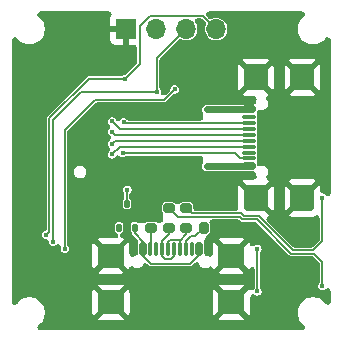
<source format=gbr>
%TF.GenerationSoftware,KiCad,Pcbnew,8.0.7*%
%TF.CreationDate,2024-12-28T17:49:01+01:00*%
%TF.ProjectId,usb-c-power-meter,7573622d-632d-4706-9f77-65722d6d6574,rev?*%
%TF.SameCoordinates,Original*%
%TF.FileFunction,Copper,L2,Bot*%
%TF.FilePolarity,Positive*%
%FSLAX46Y46*%
G04 Gerber Fmt 4.6, Leading zero omitted, Abs format (unit mm)*
G04 Created by KiCad (PCBNEW 8.0.7) date 2024-12-28 17:49:01*
%MOMM*%
%LPD*%
G01*
G04 APERTURE LIST*
G04 Aperture macros list*
%AMRoundRect*
0 Rectangle with rounded corners*
0 $1 Rounding radius*
0 $2 $3 $4 $5 $6 $7 $8 $9 X,Y pos of 4 corners*
0 Add a 4 corners polygon primitive as box body*
4,1,4,$2,$3,$4,$5,$6,$7,$8,$9,$2,$3,0*
0 Add four circle primitives for the rounded corners*
1,1,$1+$1,$2,$3*
1,1,$1+$1,$4,$5*
1,1,$1+$1,$6,$7*
1,1,$1+$1,$8,$9*
0 Add four rect primitives between the rounded corners*
20,1,$1+$1,$2,$3,$4,$5,0*
20,1,$1+$1,$4,$5,$6,$7,0*
20,1,$1+$1,$6,$7,$8,$9,0*
20,1,$1+$1,$8,$9,$2,$3,0*%
G04 Aperture macros list end*
%TA.AperFunction,ComponentPad*%
%ADD10R,1.700000X1.700000*%
%TD*%
%TA.AperFunction,ComponentPad*%
%ADD11O,1.700000X1.700000*%
%TD*%
%TA.AperFunction,SMDPad,CuDef*%
%ADD12RoundRect,0.200000X-0.275000X0.200000X-0.275000X-0.200000X0.275000X-0.200000X0.275000X0.200000X0*%
%TD*%
%TA.AperFunction,SMDPad,CuDef*%
%ADD13RoundRect,0.150000X-0.425000X0.150000X-0.425000X-0.150000X0.425000X-0.150000X0.425000X0.150000X0*%
%TD*%
%TA.AperFunction,SMDPad,CuDef*%
%ADD14RoundRect,0.075000X-0.500000X0.075000X-0.500000X-0.075000X0.500000X-0.075000X0.500000X0.075000X0*%
%TD*%
%TA.AperFunction,SMDPad,CuDef*%
%ADD15RoundRect,0.250000X-0.750000X0.840000X-0.750000X-0.840000X0.750000X-0.840000X0.750000X0.840000X0*%
%TD*%
%TA.AperFunction,SMDPad,CuDef*%
%ADD16RoundRect,0.200000X0.200000X0.275000X-0.200000X0.275000X-0.200000X-0.275000X0.200000X-0.275000X0*%
%TD*%
%TA.AperFunction,SMDPad,CuDef*%
%ADD17RoundRect,0.150000X0.150000X0.425000X-0.150000X0.425000X-0.150000X-0.425000X0.150000X-0.425000X0*%
%TD*%
%TA.AperFunction,SMDPad,CuDef*%
%ADD18RoundRect,0.075000X0.075000X0.500000X-0.075000X0.500000X-0.075000X-0.500000X0.075000X-0.500000X0*%
%TD*%
%TA.AperFunction,SMDPad,CuDef*%
%ADD19RoundRect,0.250000X0.840000X0.750000X-0.840000X0.750000X-0.840000X-0.750000X0.840000X-0.750000X0*%
%TD*%
%TA.AperFunction,SMDPad,CuDef*%
%ADD20RoundRect,0.112500X0.112500X0.237500X-0.112500X0.237500X-0.112500X-0.237500X0.112500X-0.237500X0*%
%TD*%
%TA.AperFunction,ViaPad*%
%ADD21C,0.450000*%
%TD*%
%TA.AperFunction,Conductor*%
%ADD22C,0.200000*%
%TD*%
%TA.AperFunction,Conductor*%
%ADD23C,0.600000*%
%TD*%
G04 APERTURE END LIST*
D10*
%TO.P,J3,1,Pin_1*%
%TO.N,GND*%
X150390000Y-98200000D03*
D11*
%TO.P,J3,2,Pin_2*%
%TO.N,+3.3V*%
X152930000Y-98200000D03*
%TO.P,J3,3,Pin_3*%
%TO.N,/I2C_SCL*%
X155470000Y-98200000D03*
%TO.P,J3,4,Pin_4*%
%TO.N,/I2C_SDA*%
X158010000Y-98200000D03*
%TD*%
D12*
%TO.P,R3,1*%
%TO.N,/D-*%
X155500000Y-113375000D03*
%TO.P,R3,2*%
%TO.N,Net-(J2-D--PadA7)*%
X155500000Y-115025000D03*
%TD*%
%TO.P,R2,1*%
%TO.N,GND*%
X152500000Y-113350000D03*
%TO.P,R2,2*%
%TO.N,Net-(J2-CC2)*%
X152500000Y-115000000D03*
%TD*%
D13*
%TO.P,J4,A1,GND*%
%TO.N,GND*%
X160795000Y-104200000D03*
%TO.P,J4,A4,VBUS*%
%TO.N,/VBUS2*%
X160795000Y-105000000D03*
D14*
%TO.P,J4,A5,CC1*%
%TO.N,/CC1*%
X160795000Y-106150000D03*
%TO.P,J4,A6,D+*%
%TO.N,/AD+*%
X160795000Y-107150000D03*
%TO.P,J4,A7,D-*%
%TO.N,/AD-*%
X160795000Y-107650000D03*
%TO.P,J4,A8,SBU1*%
%TO.N,unconnected-(J4-SBU1-PadA8)*%
X160795000Y-108650000D03*
D13*
%TO.P,J4,A9,VBUS*%
%TO.N,/VBUS2*%
X160795000Y-109800000D03*
%TO.P,J4,A12,GND*%
%TO.N,GND*%
X160795000Y-110600000D03*
%TO.P,J4,B1,GND*%
X160795000Y-110600000D03*
%TO.P,J4,B4,VBUS*%
%TO.N,/VBUS2*%
X160795000Y-109800000D03*
D14*
%TO.P,J4,B5,CC2*%
%TO.N,/CC2*%
X160795000Y-109150000D03*
%TO.P,J4,B6,D+*%
%TO.N,/BD+*%
X160795000Y-108150000D03*
%TO.P,J4,B7,D-*%
%TO.N,/BD-*%
X160795000Y-106650000D03*
%TO.P,J4,B8,SBU2*%
%TO.N,unconnected-(J4-SBU2-PadB8)*%
X160795000Y-105650000D03*
D13*
%TO.P,J4,B9,VBUS*%
%TO.N,/VBUS2*%
X160795000Y-105000000D03*
%TO.P,J4,B12,GND*%
%TO.N,GND*%
X160795000Y-104200000D03*
D15*
%TO.P,J4,S1,SHIELD*%
X165300000Y-102290000D03*
X161370000Y-102290000D03*
X165300000Y-112510000D03*
X161370000Y-112510000D03*
%TD*%
D16*
%TO.P,R1,1*%
%TO.N,GND*%
X158614000Y-114996000D03*
%TO.P,R1,2*%
%TO.N,Net-(J2-CC1)*%
X156964000Y-114996000D03*
%TD*%
D12*
%TO.P,R4,1*%
%TO.N,/D+*%
X154000000Y-113350000D03*
%TO.P,R4,2*%
%TO.N,Net-(J2-D+-PadA6)*%
X154000000Y-115000000D03*
%TD*%
D17*
%TO.P,J2,A1,GND*%
%TO.N,GND*%
X157400000Y-116820000D03*
%TO.P,J2,A4,VBUS*%
%TO.N,/VBUSFT*%
X156600000Y-116820000D03*
D18*
%TO.P,J2,A5,CC1*%
%TO.N,Net-(J2-CC1)*%
X155450000Y-116820000D03*
%TO.P,J2,A6,D+*%
%TO.N,Net-(J2-D+-PadA6)*%
X154450000Y-116820000D03*
%TO.P,J2,A7,D-*%
%TO.N,Net-(J2-D--PadA7)*%
X153950000Y-116820000D03*
%TO.P,J2,A8,SBU1*%
%TO.N,unconnected-(J2-SBU1-PadA8)*%
X152950000Y-116820000D03*
D17*
%TO.P,J2,A9,VBUS*%
%TO.N,/VBUSFT*%
X151800000Y-116820000D03*
%TO.P,J2,A12,GND*%
%TO.N,GND*%
X151000000Y-116820000D03*
%TO.P,J2,B1,GND*%
X151000000Y-116820000D03*
%TO.P,J2,B4,VBUS*%
%TO.N,/VBUSFT*%
X151800000Y-116820000D03*
D18*
%TO.P,J2,B5,CC2*%
%TO.N,Net-(J2-CC2)*%
X152450000Y-116820000D03*
%TO.P,J2,B6,D+*%
%TO.N,Net-(J2-D+-PadA6)*%
X153450000Y-116820000D03*
%TO.P,J2,B7,D-*%
%TO.N,Net-(J2-D--PadA7)*%
X154950000Y-116820000D03*
%TO.P,J2,B8,SBU2*%
%TO.N,unconnected-(J2-SBU2-PadB8)*%
X155950000Y-116820000D03*
D17*
%TO.P,J2,B9,VBUS*%
%TO.N,/VBUSFT*%
X156600000Y-116820000D03*
%TO.P,J2,B12,GND*%
%TO.N,GND*%
X157400000Y-116820000D03*
D19*
%TO.P,J2,S1,SHIELD*%
X159310000Y-121325000D03*
X159310000Y-117395000D03*
X149090000Y-121325000D03*
X149090000Y-117395000D03*
%TD*%
D20*
%TO.P,D1,1,K*%
%TO.N,/VBUSFT*%
X151100000Y-114996000D03*
%TO.P,D1,2,K*%
%TO.N,unconnected-(D1-K-Pad2)*%
X149800000Y-114996000D03*
%TO.P,D1,3,A*%
%TO.N,Net-(D1-A)*%
X150450000Y-112996000D03*
%TD*%
D21*
%TO.N,+3.3V*%
X161500000Y-116800000D03*
X161500000Y-120400000D03*
%TO.N,Net-(D1-A)*%
X150500000Y-111800000D03*
%TO.N,/VBUS2*%
X159200000Y-109800000D03*
X158200000Y-105000000D03*
X158200000Y-109800000D03*
X159200000Y-105000000D03*
X157200000Y-109800000D03*
X157200000Y-105000000D03*
%TO.N,/I2C_SDA*%
X143629000Y-115600000D03*
X150300000Y-102400000D03*
%TO.N,/I2C_SCL*%
X153000000Y-103500000D03*
X144200000Y-116200000D03*
%TO.N,/INTn_INA*%
X154500000Y-103300000D03*
X145200000Y-116800000D03*
%TO.N,/BD+*%
X149200000Y-108800000D03*
%TO.N,/AD+*%
X149200000Y-106900000D03*
%TO.N,/CC1*%
X150200000Y-106100000D03*
%TO.N,/CC2*%
X150100000Y-108700000D03*
%TO.N,/D-*%
X166997000Y-112456000D03*
%TO.N,/D+*%
X166997000Y-119949000D03*
%TO.N,/AD-*%
X149200000Y-107900000D03*
%TO.N,/BD-*%
X149200000Y-106000000D03*
%TO.N,GND*%
X146550000Y-123124000D03*
X143121000Y-100264000D03*
X157726000Y-103693000D03*
X147058000Y-100264000D03*
X161500000Y-123100000D03*
X147058000Y-114615000D03*
X163000000Y-123200000D03*
X143095600Y-114742000D03*
X165135000Y-119949000D03*
X157065600Y-112100400D03*
%TD*%
D22*
%TO.N,+3.3V*%
X161500000Y-116800000D02*
X161500000Y-120400000D01*
%TO.N,Net-(D1-A)*%
X150450000Y-113000000D02*
X150450000Y-111850000D01*
X150450000Y-111850000D02*
X150500000Y-111800000D01*
D23*
%TO.N,/VBUS2*%
X158200000Y-105000000D02*
X157200000Y-105000000D01*
X160795000Y-109800000D02*
X159600000Y-109800000D01*
X160795000Y-105000000D02*
X159300000Y-105000000D01*
X159300000Y-105000000D02*
X159200000Y-105000000D01*
X159200000Y-109800000D02*
X158200000Y-109800000D01*
X159600000Y-109800000D02*
X159200000Y-109800000D01*
X159200000Y-105000000D02*
X158200000Y-105000000D01*
X158200000Y-109800000D02*
X157200000Y-109800000D01*
D22*
%TO.N,/I2C_SDA*%
X143883000Y-115346000D02*
X143883000Y-105753142D01*
X147236142Y-102400000D02*
X150300000Y-102400000D01*
X143883000Y-105753142D02*
X147236142Y-102400000D01*
X151540000Y-97960000D02*
X152450000Y-97050000D01*
X143629000Y-115600000D02*
X143883000Y-115346000D01*
X152450000Y-97050000D02*
X156860000Y-97050000D01*
X156860000Y-97050000D02*
X158010000Y-98200000D01*
X150300000Y-102400000D02*
X151540000Y-101160000D01*
X151540000Y-101160000D02*
X151540000Y-97960000D01*
%TO.N,/I2C_SCL*%
X144200000Y-105860406D02*
X146560406Y-103500000D01*
X144200000Y-116200000D02*
X144200000Y-105860406D01*
X153000000Y-100670000D02*
X155470000Y-98200000D01*
X146560406Y-103500000D02*
X153000000Y-103500000D01*
X153000000Y-103500000D02*
X153000000Y-100670000D01*
%TO.N,/INTn_INA*%
X154500000Y-103300000D02*
X153600000Y-104200000D01*
X153600000Y-104200000D02*
X147769594Y-104200000D01*
X145200000Y-106769594D02*
X145200000Y-116800000D01*
X147769594Y-104200000D02*
X145200000Y-106769594D01*
%TO.N,/VBUSFT*%
X152464594Y-118095000D02*
X151800000Y-117430406D01*
X155805000Y-118095000D02*
X152464594Y-118095000D01*
X151800000Y-117430406D02*
X151800000Y-116820000D01*
X156600000Y-116820000D02*
X156600000Y-117300000D01*
X151100000Y-115482000D02*
X151800000Y-116182000D01*
X151100000Y-115000000D02*
X151100000Y-115482000D01*
X156600000Y-117300000D02*
X155805000Y-118095000D01*
X151800000Y-116182000D02*
X151800000Y-116820000D01*
%TO.N,/BD+*%
X149850000Y-108150000D02*
X160795000Y-108150000D01*
X149200000Y-108800000D02*
X149850000Y-108150000D01*
%TO.N,/AD+*%
X149450000Y-107150000D02*
X160795000Y-107150000D01*
X149200000Y-106900000D02*
X149450000Y-107150000D01*
%TO.N,/CC1*%
X150250000Y-106150000D02*
X160795000Y-106150000D01*
X150200000Y-106100000D02*
X150250000Y-106150000D01*
%TO.N,/CC2*%
X159600000Y-108700000D02*
X160050000Y-109150000D01*
X160050000Y-109150000D02*
X160795000Y-109150000D01*
X150100000Y-108700000D02*
X159600000Y-108700000D01*
%TO.N,/D-*%
X160136264Y-113807000D02*
X155932000Y-113807000D01*
X155932000Y-113807000D02*
X155500000Y-113375000D01*
X166997000Y-116139000D02*
X166235000Y-116901000D01*
X160329264Y-114000000D02*
X160136264Y-113807000D01*
X166997000Y-112456000D02*
X166997000Y-116139000D01*
X166235000Y-116901000D02*
X164500264Y-116901000D01*
X164500264Y-116901000D02*
X161599264Y-114000000D01*
X161599264Y-114000000D02*
X160329264Y-114000000D01*
%TO.N,/D+*%
X160012000Y-114107000D02*
X154757000Y-114107000D01*
X160205000Y-114300000D02*
X160012000Y-114107000D01*
X161475000Y-114300000D02*
X160205000Y-114300000D01*
X164376000Y-117201000D02*
X161475000Y-114300000D01*
X166997000Y-117917000D02*
X166281000Y-117201000D01*
X154757000Y-114107000D02*
X154000000Y-113350000D01*
X166281000Y-117201000D02*
X164376000Y-117201000D01*
X166997000Y-119949000D02*
X166997000Y-117917000D01*
%TO.N,Net-(J2-D+-PadA6)*%
X154000000Y-115000000D02*
X154000000Y-115547000D01*
X153450000Y-116820000D02*
X153450000Y-117427410D01*
X154000000Y-115547000D02*
X153450000Y-116097000D01*
X154450000Y-117427410D02*
X154450000Y-116820000D01*
X153450000Y-117427410D02*
X153717590Y-117695000D01*
X154182410Y-117695000D02*
X154450000Y-117427410D01*
X153450000Y-116097000D02*
X153450000Y-116820000D01*
X153717590Y-117695000D02*
X154182410Y-117695000D01*
%TO.N,Net-(J2-D--PadA7)*%
X154117590Y-116045000D02*
X154874000Y-116045000D01*
X154950000Y-116121000D02*
X154950000Y-116820000D01*
X153950000Y-116212590D02*
X154117590Y-116045000D01*
X155500000Y-115025000D02*
X155500000Y-115571000D01*
X154874000Y-116045000D02*
X154950000Y-116121000D01*
X155500000Y-115571000D02*
X154950000Y-116121000D01*
X153950000Y-116820000D02*
X153950000Y-116212590D01*
%TO.N,Net-(J2-CC1)*%
X156235000Y-115725000D02*
X155854000Y-115725000D01*
X155854000Y-115725000D02*
X155450000Y-116129000D01*
X156964000Y-114996000D02*
X156235000Y-115725000D01*
X155450000Y-116129000D02*
X155450000Y-116820000D01*
%TO.N,Net-(J2-CC2)*%
X152500000Y-115000000D02*
X152500000Y-116770000D01*
X152500000Y-116770000D02*
X152450000Y-116820000D01*
%TO.N,/AD-*%
X149200000Y-107900000D02*
X149450000Y-107650000D01*
X149450000Y-107650000D02*
X160795000Y-107650000D01*
%TO.N,/BD-*%
X149200000Y-106000000D02*
X149850000Y-106650000D01*
X149850000Y-106650000D02*
X160795000Y-106650000D01*
D23*
%TO.N,GND*%
X149665000Y-116820000D02*
X149090000Y-117395000D01*
X160795000Y-102865000D02*
X161370000Y-102290000D01*
X158735000Y-116820000D02*
X159310000Y-117395000D01*
X160795000Y-111935000D02*
X161370000Y-112510000D01*
%TD*%
%TA.AperFunction,Conductor*%
%TO.N,GND*%
G36*
X148999480Y-96719454D02*
G01*
X149080262Y-96773430D01*
X149134238Y-96854212D01*
X149153192Y-96949500D01*
X149134238Y-97044788D01*
X149103528Y-97098719D01*
X149096647Y-97107910D01*
X149046403Y-97242621D01*
X149046401Y-97242628D01*
X149040000Y-97302167D01*
X149040000Y-97949999D01*
X149040001Y-97950000D01*
X149956988Y-97950000D01*
X149924075Y-98007007D01*
X149890000Y-98134174D01*
X149890000Y-98265826D01*
X149924075Y-98392993D01*
X149956988Y-98450000D01*
X149040001Y-98450000D01*
X149040000Y-98450001D01*
X149040000Y-99097832D01*
X149046401Y-99157371D01*
X149046403Y-99157378D01*
X149096646Y-99292087D01*
X149182810Y-99407187D01*
X149182812Y-99407189D01*
X149297912Y-99493353D01*
X149432621Y-99543596D01*
X149432628Y-99543598D01*
X149492167Y-99549999D01*
X149492175Y-99550000D01*
X150139999Y-99550000D01*
X150140000Y-99549999D01*
X150140000Y-98633012D01*
X150197007Y-98665925D01*
X150324174Y-98700000D01*
X150455826Y-98700000D01*
X150582993Y-98665925D01*
X150640000Y-98633012D01*
X150640000Y-99549999D01*
X150640001Y-99550000D01*
X151090500Y-99550000D01*
X151185788Y-99568954D01*
X151266570Y-99622930D01*
X151320546Y-99703712D01*
X151339500Y-99799000D01*
X151339500Y-100973810D01*
X151320546Y-101069098D01*
X151266570Y-101149880D01*
X151266569Y-101149880D01*
X150441947Y-101974501D01*
X150361166Y-102028477D01*
X150304831Y-102044365D01*
X150190343Y-102062498D01*
X150190339Y-102062499D01*
X150091414Y-102112904D01*
X150091413Y-102112904D01*
X150091413Y-102112905D01*
X150077745Y-102126572D01*
X149996967Y-102180546D01*
X149901679Y-102199500D01*
X147196260Y-102199500D01*
X147122569Y-102230023D01*
X143769426Y-105583166D01*
X143769425Y-105583165D01*
X143713026Y-105639565D01*
X143713023Y-105639569D01*
X143682500Y-105713260D01*
X143682500Y-115028576D01*
X143663546Y-115123864D01*
X143609570Y-115204646D01*
X143536671Y-115253354D01*
X143536799Y-115253604D01*
X143534689Y-115254678D01*
X143528788Y-115258622D01*
X143522126Y-115261079D01*
X143420414Y-115312904D01*
X143341904Y-115391414D01*
X143291499Y-115490339D01*
X143291498Y-115490344D01*
X143274131Y-115599997D01*
X143274131Y-115600002D01*
X143291498Y-115709655D01*
X143291499Y-115709660D01*
X143329549Y-115784337D01*
X143341905Y-115808587D01*
X143420413Y-115887095D01*
X143519339Y-115937500D01*
X143629000Y-115954869D01*
X143629004Y-115954868D01*
X143635082Y-115955831D01*
X143726232Y-115989458D01*
X143797575Y-116055406D01*
X143838251Y-116143637D01*
X143844305Y-116194789D01*
X143862498Y-116309655D01*
X143862499Y-116309660D01*
X143893410Y-116370326D01*
X143912905Y-116408587D01*
X143991413Y-116487095D01*
X144064230Y-116524197D01*
X144090339Y-116537500D01*
X144090344Y-116537501D01*
X144199997Y-116554869D01*
X144200000Y-116554869D01*
X144200003Y-116554869D01*
X144309655Y-116537501D01*
X144309656Y-116537500D01*
X144309661Y-116537500D01*
X144408587Y-116487095D01*
X144445411Y-116450270D01*
X144526189Y-116396296D01*
X144621477Y-116377341D01*
X144716765Y-116396294D01*
X144797547Y-116450270D01*
X144851524Y-116531051D01*
X144870479Y-116626339D01*
X144863463Y-116670650D01*
X144865565Y-116670983D01*
X144845131Y-116799997D01*
X144845131Y-116800002D01*
X144862498Y-116909655D01*
X144862499Y-116909660D01*
X144862500Y-116909661D01*
X144912905Y-117008587D01*
X144991413Y-117087095D01*
X145087230Y-117135916D01*
X145090339Y-117137500D01*
X145090344Y-117137501D01*
X145199997Y-117154869D01*
X145200000Y-117154869D01*
X145200003Y-117154869D01*
X145309655Y-117137501D01*
X145309656Y-117137500D01*
X145309661Y-117137500D01*
X145408587Y-117087095D01*
X145487095Y-117008587D01*
X145537500Y-116909661D01*
X145554869Y-116800000D01*
X145539109Y-116700500D01*
X145537501Y-116690344D01*
X145537500Y-116690339D01*
X145527468Y-116670650D01*
X145488932Y-116595018D01*
X147500000Y-116595018D01*
X147500000Y-118194976D01*
X147510494Y-118297699D01*
X147510495Y-118297702D01*
X147565640Y-118464119D01*
X147604434Y-118527013D01*
X148736447Y-117395000D01*
X147604434Y-116262986D01*
X147565640Y-116325880D01*
X147510495Y-116492298D01*
X147510494Y-116492305D01*
X147500000Y-116595018D01*
X145488932Y-116595018D01*
X145487095Y-116591413D01*
X145487091Y-116591409D01*
X145473427Y-116577744D01*
X145419452Y-116496962D01*
X145400500Y-116401678D01*
X145400500Y-115941148D01*
X147989701Y-115941148D01*
X147989701Y-115941149D01*
X149089998Y-117041446D01*
X150190295Y-115941149D01*
X150082691Y-115905493D01*
X150081367Y-115905358D01*
X150079775Y-115904868D01*
X150069398Y-115902647D01*
X150069592Y-115901738D01*
X149988500Y-115876814D01*
X149913625Y-115814904D01*
X149868142Y-115729053D01*
X149858974Y-115632331D01*
X149887518Y-115539464D01*
X149949428Y-115464589D01*
X149975900Y-115448789D01*
X149975218Y-115447767D01*
X150011393Y-115423595D01*
X150066065Y-115387065D01*
X150113142Y-115316609D01*
X150125500Y-115254480D01*
X150125500Y-114737520D01*
X150113142Y-114675391D01*
X150084390Y-114632361D01*
X150066068Y-114604939D01*
X150066067Y-114604938D01*
X150066065Y-114604935D01*
X150066061Y-114604932D01*
X150066060Y-114604931D01*
X149995610Y-114557858D01*
X149980076Y-114554768D01*
X149933480Y-114545500D01*
X149666520Y-114545500D01*
X149629242Y-114552914D01*
X149604389Y-114557858D01*
X149533939Y-114604931D01*
X149533931Y-114604939D01*
X149486858Y-114675389D01*
X149486708Y-114676144D01*
X149474500Y-114737520D01*
X149474500Y-115254480D01*
X149483768Y-115301076D01*
X149486858Y-115316610D01*
X149533931Y-115387060D01*
X149533932Y-115387061D01*
X149533935Y-115387065D01*
X149599499Y-115430873D01*
X149611608Y-115438964D01*
X149680307Y-115507663D01*
X149717486Y-115597422D01*
X149717487Y-115694577D01*
X149680307Y-115784337D01*
X149611608Y-115853036D01*
X149521849Y-115890215D01*
X149473271Y-115895000D01*
X148200023Y-115895000D01*
X148097301Y-115905494D01*
X147989701Y-115941148D01*
X145400500Y-115941148D01*
X145400500Y-112737520D01*
X150124500Y-112737520D01*
X150124500Y-113254480D01*
X150133768Y-113301076D01*
X150136858Y-113316610D01*
X150183931Y-113387060D01*
X150183932Y-113387061D01*
X150183935Y-113387065D01*
X150183938Y-113387067D01*
X150183939Y-113387068D01*
X150254389Y-113434141D01*
X150254391Y-113434142D01*
X150316520Y-113446500D01*
X150316523Y-113446500D01*
X150583477Y-113446500D01*
X150583480Y-113446500D01*
X150645609Y-113434142D01*
X150716065Y-113387065D01*
X150763142Y-113316609D01*
X150775500Y-113254480D01*
X150775500Y-112737520D01*
X150763142Y-112675391D01*
X150763141Y-112675389D01*
X150702440Y-112584543D01*
X150704128Y-112583414D01*
X150669454Y-112531519D01*
X150650500Y-112436231D01*
X150650500Y-112248321D01*
X150669454Y-112153033D01*
X150723427Y-112072254D01*
X150787095Y-112008587D01*
X150837500Y-111909661D01*
X150854869Y-111800000D01*
X150837500Y-111690339D01*
X150787095Y-111591413D01*
X150708587Y-111512905D01*
X150704887Y-111511020D01*
X150609660Y-111462499D01*
X150609655Y-111462498D01*
X150500003Y-111445131D01*
X150499997Y-111445131D01*
X150390344Y-111462498D01*
X150390339Y-111462499D01*
X150291414Y-111512904D01*
X150212904Y-111591414D01*
X150162499Y-111690339D01*
X150162498Y-111690344D01*
X150145131Y-111799997D01*
X150145131Y-111800002D01*
X150162498Y-111909655D01*
X150162499Y-111909660D01*
X150221802Y-112026048D01*
X150217869Y-112028051D01*
X150242606Y-112081673D01*
X150249500Y-112139860D01*
X150249500Y-112436231D01*
X150230546Y-112531519D01*
X150195871Y-112583414D01*
X150197560Y-112584543D01*
X150136858Y-112675389D01*
X150134593Y-112686776D01*
X150124500Y-112737520D01*
X145400500Y-112737520D01*
X145400500Y-110220816D01*
X145979500Y-110220816D01*
X145979500Y-110359183D01*
X146015312Y-110492837D01*
X146084492Y-110612661D01*
X146084493Y-110612662D01*
X146084495Y-110612665D01*
X146182335Y-110710505D01*
X146182337Y-110710506D01*
X146182338Y-110710507D01*
X146302162Y-110779687D01*
X146302163Y-110779687D01*
X146302164Y-110779688D01*
X146435817Y-110815500D01*
X146574183Y-110815500D01*
X146707836Y-110779688D01*
X146827665Y-110710505D01*
X146925505Y-110612665D01*
X146994688Y-110492836D01*
X147030500Y-110359183D01*
X147030500Y-110220817D01*
X146994688Y-110087164D01*
X146925505Y-109967335D01*
X146827665Y-109869495D01*
X146827662Y-109869493D01*
X146827661Y-109869492D01*
X146707837Y-109800312D01*
X146707838Y-109800312D01*
X146574183Y-109764500D01*
X146435817Y-109764500D01*
X146302162Y-109800312D01*
X146182338Y-109869492D01*
X146084492Y-109967338D01*
X146015312Y-110087162D01*
X145979500Y-110220816D01*
X145400500Y-110220816D01*
X145400500Y-106955784D01*
X145419454Y-106860496D01*
X145473430Y-106779714D01*
X146253147Y-105999997D01*
X148845131Y-105999997D01*
X148845131Y-106000002D01*
X148862498Y-106109655D01*
X148862499Y-106109660D01*
X148862500Y-106109661D01*
X148912905Y-106208587D01*
X148978251Y-106273933D01*
X149032225Y-106354712D01*
X149051179Y-106450000D01*
X149032225Y-106545288D01*
X148978251Y-106626066D01*
X148912905Y-106691413D01*
X148912904Y-106691414D01*
X148862499Y-106790339D01*
X148862498Y-106790344D01*
X148845131Y-106899997D01*
X148845131Y-106900002D01*
X148862498Y-107009655D01*
X148862499Y-107009660D01*
X148886985Y-107057716D01*
X148912905Y-107108587D01*
X148991413Y-107187095D01*
X148991415Y-107187096D01*
X148991417Y-107187098D01*
X149007187Y-107198556D01*
X149073135Y-107269899D01*
X149106762Y-107361050D01*
X149102947Y-107458130D01*
X149062271Y-107546360D01*
X149007187Y-107601444D01*
X148991417Y-107612901D01*
X148912904Y-107691414D01*
X148862499Y-107790339D01*
X148862498Y-107790344D01*
X148845131Y-107899997D01*
X148845131Y-107900002D01*
X148862498Y-108009655D01*
X148862499Y-108009660D01*
X148886985Y-108057716D01*
X148912905Y-108108587D01*
X148978251Y-108173933D01*
X149032225Y-108254712D01*
X149051179Y-108350000D01*
X149032225Y-108445288D01*
X148978251Y-108526066D01*
X148913979Y-108590339D01*
X148912904Y-108591414D01*
X148862499Y-108690339D01*
X148862498Y-108690344D01*
X148845131Y-108799997D01*
X148845131Y-108800002D01*
X148862498Y-108909655D01*
X148862499Y-108909660D01*
X148894992Y-108973430D01*
X148912905Y-109008587D01*
X148991413Y-109087095D01*
X149090339Y-109137500D01*
X149090344Y-109137501D01*
X149199997Y-109154869D01*
X149200000Y-109154869D01*
X149200003Y-109154869D01*
X149309655Y-109137501D01*
X149309656Y-109137500D01*
X149309661Y-109137500D01*
X149408587Y-109087095D01*
X149487095Y-109008587D01*
X149487097Y-109008581D01*
X149494911Y-108997828D01*
X149566252Y-108931877D01*
X149657401Y-108898248D01*
X149754481Y-108902059D01*
X149842713Y-108942732D01*
X149872423Y-108968105D01*
X149891413Y-108987095D01*
X149929543Y-109006523D01*
X149990339Y-109037500D01*
X149990344Y-109037501D01*
X150099997Y-109054869D01*
X150100000Y-109054869D01*
X150100003Y-109054869D01*
X150209655Y-109037501D01*
X150209656Y-109037500D01*
X150209661Y-109037500D01*
X150308587Y-108987095D01*
X150322254Y-108973427D01*
X150403033Y-108919454D01*
X150498321Y-108900500D01*
X156664200Y-108900500D01*
X156759488Y-108919454D01*
X156840270Y-108973430D01*
X156894246Y-109054212D01*
X156913200Y-109149500D01*
X156913200Y-109429032D01*
X156894246Y-109524320D01*
X156879840Y-109553532D01*
X156826793Y-109645411D01*
X156799500Y-109747272D01*
X156799500Y-109852727D01*
X156826792Y-109954586D01*
X156865391Y-110021440D01*
X156879520Y-110045913D01*
X156954087Y-110120480D01*
X157016625Y-110156586D01*
X157045413Y-110173207D01*
X157147273Y-110200500D01*
X161110916Y-110200500D01*
X161206204Y-110219454D01*
X161286986Y-110273430D01*
X161340962Y-110354212D01*
X161351432Y-110385054D01*
X161380311Y-110492835D01*
X161411295Y-110546500D01*
X161442524Y-110638500D01*
X161436169Y-110735446D01*
X161393199Y-110822582D01*
X161320154Y-110886641D01*
X161228154Y-110917870D01*
X161195654Y-110920000D01*
X160570024Y-110920000D01*
X160467300Y-110930494D01*
X160467297Y-110930495D01*
X160300884Y-110985639D01*
X160300883Y-110985639D01*
X160237986Y-111024434D01*
X161369999Y-112156447D01*
X162502011Y-111024434D01*
X164167986Y-111024434D01*
X165299999Y-112156447D01*
X166432012Y-111024433D01*
X166369121Y-110985642D01*
X166369120Y-110985641D01*
X166202700Y-110930495D01*
X166202694Y-110930494D01*
X166099976Y-110920000D01*
X164500023Y-110920000D01*
X164397300Y-110930494D01*
X164397297Y-110930495D01*
X164230884Y-110985639D01*
X164230883Y-110985639D01*
X164167986Y-111024434D01*
X162502011Y-111024434D01*
X162502012Y-111024433D01*
X162439123Y-110985643D01*
X162423763Y-110980553D01*
X162339274Y-110932587D01*
X162279571Y-110855941D01*
X162253745Y-110762281D01*
X162265726Y-110665868D01*
X162286448Y-110619690D01*
X162290502Y-110612667D01*
X162290505Y-110612665D01*
X162359688Y-110492836D01*
X162395500Y-110359183D01*
X162395500Y-110220817D01*
X162359688Y-110087164D01*
X162290505Y-109967335D01*
X162192665Y-109869495D01*
X162192662Y-109869493D01*
X162192661Y-109869492D01*
X162072837Y-109800312D01*
X162072838Y-109800312D01*
X161939183Y-109764500D01*
X161800817Y-109764500D01*
X161800815Y-109764500D01*
X161770290Y-109772679D01*
X161673343Y-109779033D01*
X161581344Y-109747802D01*
X161508300Y-109683743D01*
X161465330Y-109596607D01*
X161461634Y-109580759D01*
X161455966Y-109552260D01*
X161455965Y-109552259D01*
X161455965Y-109552257D01*
X161446582Y-109529605D01*
X161449226Y-109528509D01*
X161426938Y-109474700D01*
X161426939Y-109377545D01*
X161452165Y-109316644D01*
X161450932Y-109316134D01*
X161460314Y-109293480D01*
X161460317Y-109293477D01*
X161470500Y-109242284D01*
X161470500Y-109057716D01*
X161460728Y-109008587D01*
X161460318Y-109006526D01*
X161455664Y-108995291D01*
X161436709Y-108900003D01*
X161455662Y-108804715D01*
X161455664Y-108804709D01*
X161460315Y-108793479D01*
X161460317Y-108793477D01*
X161470500Y-108742284D01*
X161470500Y-108557716D01*
X161464205Y-108526070D01*
X161460318Y-108506526D01*
X161455664Y-108495291D01*
X161436709Y-108400003D01*
X161455662Y-108304715D01*
X161455664Y-108304709D01*
X161460315Y-108293479D01*
X161460317Y-108293477D01*
X161470500Y-108242284D01*
X161470500Y-108057716D01*
X161470363Y-108057030D01*
X161460318Y-108006526D01*
X161455664Y-107995291D01*
X161436709Y-107900003D01*
X161455662Y-107804715D01*
X161455664Y-107804709D01*
X161460315Y-107793479D01*
X161460317Y-107793477D01*
X161470500Y-107742284D01*
X161470500Y-107557716D01*
X161460317Y-107506523D01*
X161460316Y-107506522D01*
X161455664Y-107495291D01*
X161436709Y-107400003D01*
X161455662Y-107304715D01*
X161455664Y-107304709D01*
X161460315Y-107293479D01*
X161460317Y-107293477D01*
X161470500Y-107242284D01*
X161470500Y-107057716D01*
X161470363Y-107057030D01*
X161460318Y-107006526D01*
X161455664Y-106995291D01*
X161436709Y-106900003D01*
X161455662Y-106804715D01*
X161455664Y-106804709D01*
X161460315Y-106793479D01*
X161460317Y-106793477D01*
X161470500Y-106742284D01*
X161470500Y-106557716D01*
X161460317Y-106506523D01*
X161460316Y-106506522D01*
X161455664Y-106495291D01*
X161436709Y-106400003D01*
X161455662Y-106304715D01*
X161455664Y-106304709D01*
X161460315Y-106293479D01*
X161460317Y-106293477D01*
X161461587Y-106287095D01*
X161470499Y-106242288D01*
X161470500Y-106242283D01*
X161470500Y-106057716D01*
X161470499Y-106057711D01*
X161460318Y-106006526D01*
X161455664Y-105995291D01*
X161436709Y-105900003D01*
X161455662Y-105804715D01*
X161455664Y-105804709D01*
X161460315Y-105793479D01*
X161460317Y-105793477D01*
X161460728Y-105791414D01*
X161470499Y-105742288D01*
X161470500Y-105742283D01*
X161470500Y-105557716D01*
X161470499Y-105557711D01*
X161460317Y-105506524D01*
X161450932Y-105483866D01*
X161452165Y-105483355D01*
X161426939Y-105422454D01*
X161426938Y-105325299D01*
X161449225Y-105271490D01*
X161446582Y-105270395D01*
X161455965Y-105247741D01*
X161455964Y-105247741D01*
X161455966Y-105247740D01*
X161461631Y-105219258D01*
X161498808Y-105129502D01*
X161567506Y-105060802D01*
X161657265Y-105023621D01*
X161754420Y-105023620D01*
X161770274Y-105027316D01*
X161800817Y-105035500D01*
X161800818Y-105035500D01*
X161939183Y-105035500D01*
X162072836Y-104999688D01*
X162192665Y-104930505D01*
X162290505Y-104832665D01*
X162359688Y-104712836D01*
X162395500Y-104579183D01*
X162395500Y-104440817D01*
X162359688Y-104307164D01*
X162290505Y-104187335D01*
X162290502Y-104187332D01*
X162286447Y-104180308D01*
X162255217Y-104088309D01*
X162261571Y-103991362D01*
X162304541Y-103904226D01*
X162377586Y-103840167D01*
X162423770Y-103819444D01*
X162439123Y-103814356D01*
X162439130Y-103814353D01*
X162502013Y-103775565D01*
X164167986Y-103775565D01*
X164230869Y-103814353D01*
X164230881Y-103814359D01*
X164397299Y-103869504D01*
X164397305Y-103869505D01*
X164500023Y-103879999D01*
X166099976Y-103879999D01*
X166202699Y-103869505D01*
X166369120Y-103814358D01*
X166369130Y-103814353D01*
X166432013Y-103775565D01*
X165300000Y-102643552D01*
X164167986Y-103775565D01*
X162502013Y-103775565D01*
X161370000Y-102643552D01*
X160237986Y-103775565D01*
X160300869Y-103814353D01*
X160300881Y-103814359D01*
X160467299Y-103869504D01*
X160467305Y-103869505D01*
X160570023Y-103879999D01*
X161195654Y-103879999D01*
X161290942Y-103898953D01*
X161371723Y-103952929D01*
X161425700Y-104033710D01*
X161444654Y-104128999D01*
X161425700Y-104224287D01*
X161411295Y-104253497D01*
X161380313Y-104307160D01*
X161351432Y-104414946D01*
X161308461Y-104502082D01*
X161235416Y-104566140D01*
X161143417Y-104597370D01*
X161110916Y-104599500D01*
X157147273Y-104599500D01*
X157045413Y-104626792D01*
X156954088Y-104679519D01*
X156879519Y-104754088D01*
X156826792Y-104845413D01*
X156799500Y-104947272D01*
X156799500Y-105052727D01*
X156826792Y-105154586D01*
X156826793Y-105154587D01*
X156879520Y-105245913D01*
X156879521Y-105245914D01*
X156879840Y-105246466D01*
X156911070Y-105338465D01*
X156913200Y-105370967D01*
X156913200Y-105700500D01*
X156894246Y-105795788D01*
X156840270Y-105876570D01*
X156759488Y-105930546D01*
X156664200Y-105949500D01*
X150648321Y-105949500D01*
X150553033Y-105930546D01*
X150472254Y-105876572D01*
X150408587Y-105812905D01*
X150374993Y-105795788D01*
X150309660Y-105762499D01*
X150309655Y-105762498D01*
X150200003Y-105745131D01*
X150199997Y-105745131D01*
X150090344Y-105762498D01*
X150090339Y-105762499D01*
X149991414Y-105812904D01*
X149991410Y-105812907D01*
X149906915Y-105897402D01*
X149826133Y-105951378D01*
X149730845Y-105970332D01*
X149635557Y-105951378D01*
X149554776Y-105897401D01*
X149508985Y-105834375D01*
X149487095Y-105791413D01*
X149408587Y-105712905D01*
X149384241Y-105700500D01*
X149309660Y-105662499D01*
X149309655Y-105662498D01*
X149200003Y-105645131D01*
X149199997Y-105645131D01*
X149090344Y-105662498D01*
X149090339Y-105662499D01*
X148991414Y-105712904D01*
X148912904Y-105791414D01*
X148862499Y-105890339D01*
X148862498Y-105890344D01*
X148845131Y-105999997D01*
X146253147Y-105999997D01*
X147779714Y-104473430D01*
X147860496Y-104419454D01*
X147955784Y-104400500D01*
X153639882Y-104400500D01*
X153713574Y-104369976D01*
X154358052Y-103725496D01*
X154438830Y-103671522D01*
X154495168Y-103655633D01*
X154499995Y-103654868D01*
X154500000Y-103654869D01*
X154609661Y-103637500D01*
X154708587Y-103587095D01*
X154787095Y-103508587D01*
X154837500Y-103409661D01*
X154854869Y-103300000D01*
X154853509Y-103291414D01*
X154837501Y-103190344D01*
X154837500Y-103190339D01*
X154792325Y-103101678D01*
X154787095Y-103091413D01*
X154708587Y-103012905D01*
X154704887Y-103011020D01*
X154609660Y-102962499D01*
X154609655Y-102962498D01*
X154500003Y-102945131D01*
X154499997Y-102945131D01*
X154390344Y-102962498D01*
X154390339Y-102962499D01*
X154291414Y-103012904D01*
X154212904Y-103091414D01*
X154162499Y-103190339D01*
X154162498Y-103190343D01*
X154144365Y-103304831D01*
X154110738Y-103395981D01*
X154074501Y-103441947D01*
X153772252Y-103744197D01*
X153691471Y-103798174D01*
X153596182Y-103817128D01*
X153500894Y-103798174D01*
X153420113Y-103744198D01*
X153366136Y-103663417D01*
X153347182Y-103568128D01*
X153350248Y-103529174D01*
X153354869Y-103499999D01*
X153354869Y-103499997D01*
X153337501Y-103390344D01*
X153337500Y-103390339D01*
X153322840Y-103361567D01*
X153287095Y-103291413D01*
X153287091Y-103291409D01*
X153273427Y-103277744D01*
X153219452Y-103196962D01*
X153200500Y-103101678D01*
X153200500Y-101400018D01*
X159870000Y-101400018D01*
X159870000Y-103179976D01*
X159880494Y-103282696D01*
X159916149Y-103390296D01*
X161016446Y-102290000D01*
X161016445Y-102289999D01*
X161723553Y-102289999D01*
X162823849Y-103390295D01*
X162859505Y-103282695D01*
X162869999Y-103179981D01*
X162869999Y-101400023D01*
X162869998Y-101400018D01*
X163800000Y-101400018D01*
X163800000Y-103179976D01*
X163810494Y-103282696D01*
X163846149Y-103390296D01*
X164946446Y-102290000D01*
X164946445Y-102289999D01*
X165653553Y-102289999D01*
X166753849Y-103390295D01*
X166789505Y-103282695D01*
X166799999Y-103179981D01*
X166799999Y-101400023D01*
X166789505Y-101297300D01*
X166753850Y-101189701D01*
X165653553Y-102289999D01*
X164946445Y-102289999D01*
X163846148Y-101189702D01*
X163810494Y-101297297D01*
X163800000Y-101400018D01*
X162869998Y-101400018D01*
X162859505Y-101297300D01*
X162823850Y-101189701D01*
X161723553Y-102289999D01*
X161016445Y-102289999D01*
X159916148Y-101189702D01*
X159880494Y-101297297D01*
X159870000Y-101400018D01*
X153200500Y-101400018D01*
X153200500Y-100856188D01*
X153210795Y-100804434D01*
X160237986Y-100804434D01*
X161369999Y-101936447D01*
X162502011Y-100804434D01*
X164167986Y-100804434D01*
X165299999Y-101936447D01*
X166432012Y-100804433D01*
X166369121Y-100765642D01*
X166369120Y-100765641D01*
X166202700Y-100710495D01*
X166202694Y-100710494D01*
X166099976Y-100700000D01*
X164500023Y-100700000D01*
X164397300Y-100710494D01*
X164397297Y-100710495D01*
X164230884Y-100765639D01*
X164230883Y-100765639D01*
X164167986Y-100804434D01*
X162502011Y-100804434D01*
X162502012Y-100804433D01*
X162439121Y-100765642D01*
X162439120Y-100765641D01*
X162272700Y-100710495D01*
X162272694Y-100710494D01*
X162169976Y-100700000D01*
X160570023Y-100700000D01*
X160467300Y-100710494D01*
X160467297Y-100710495D01*
X160300884Y-100765639D01*
X160300883Y-100765639D01*
X160237986Y-100804434D01*
X153210795Y-100804434D01*
X153219454Y-100760900D01*
X153273428Y-100680120D01*
X154821854Y-99131693D01*
X154902633Y-99077720D01*
X154997921Y-99058766D01*
X155093205Y-99077718D01*
X155104495Y-99082394D01*
X155104499Y-99082396D01*
X155267018Y-99131696D01*
X155283669Y-99136747D01*
X155469999Y-99155099D01*
X155470000Y-99155099D01*
X155470001Y-99155099D01*
X155563165Y-99145923D01*
X155656331Y-99136747D01*
X155835501Y-99082396D01*
X156000625Y-98994136D01*
X156145357Y-98875357D01*
X156264136Y-98730625D01*
X156352396Y-98565501D01*
X156406747Y-98386331D01*
X156425099Y-98200000D01*
X156415615Y-98103712D01*
X156406747Y-98013669D01*
X156352396Y-97834500D01*
X156352396Y-97834499D01*
X156264136Y-97669375D01*
X156254362Y-97657465D01*
X156208563Y-97571785D01*
X156199039Y-97475098D01*
X156227240Y-97382126D01*
X156288873Y-97307023D01*
X156374555Y-97261223D01*
X156446840Y-97250500D01*
X156673810Y-97250500D01*
X156769098Y-97269454D01*
X156849880Y-97323430D01*
X157078303Y-97551853D01*
X157132279Y-97632635D01*
X157151233Y-97727923D01*
X157132283Y-97823202D01*
X157127605Y-97834495D01*
X157073252Y-98013670D01*
X157054901Y-98199999D01*
X157054901Y-98200000D01*
X157073252Y-98386330D01*
X157127603Y-98565499D01*
X157127604Y-98565501D01*
X157215864Y-98730625D01*
X157334643Y-98875357D01*
X157479375Y-98994136D01*
X157644499Y-99082396D01*
X157823669Y-99136747D01*
X158009999Y-99155099D01*
X158010000Y-99155099D01*
X158010001Y-99155099D01*
X158103165Y-99145923D01*
X158196331Y-99136747D01*
X158375501Y-99082396D01*
X158540625Y-98994136D01*
X158685357Y-98875357D01*
X158804136Y-98730625D01*
X158892396Y-98565501D01*
X158946747Y-98386331D01*
X158965099Y-98200000D01*
X158955615Y-98103712D01*
X158946747Y-98013669D01*
X158892396Y-97834500D01*
X158892396Y-97834499D01*
X158804136Y-97669375D01*
X158685357Y-97524643D01*
X158540625Y-97405864D01*
X158375501Y-97317604D01*
X158375498Y-97317603D01*
X158375500Y-97317603D01*
X158196330Y-97263252D01*
X158010001Y-97244901D01*
X158009999Y-97244901D01*
X157823670Y-97263252D01*
X157705513Y-97299095D01*
X157644499Y-97317604D01*
X157644497Y-97317604D01*
X157644487Y-97317608D01*
X157633197Y-97322284D01*
X157537908Y-97341233D01*
X157442621Y-97322274D01*
X157361855Y-97268305D01*
X157219116Y-97125566D01*
X157165143Y-97044788D01*
X157146189Y-96949500D01*
X157165143Y-96854212D01*
X157219119Y-96773430D01*
X157299901Y-96719454D01*
X157395189Y-96700500D01*
X165284999Y-96700500D01*
X165380287Y-96719454D01*
X165461069Y-96773430D01*
X165515045Y-96854212D01*
X165533999Y-96949500D01*
X165515045Y-97044788D01*
X165461069Y-97125570D01*
X165431357Y-97150946D01*
X165352779Y-97208035D01*
X165208035Y-97352779D01*
X165087711Y-97518392D01*
X164994782Y-97700775D01*
X164994778Y-97700785D01*
X164931522Y-97895468D01*
X164899500Y-98097638D01*
X164899500Y-98302361D01*
X164931522Y-98504531D01*
X164994778Y-98699214D01*
X164994782Y-98699224D01*
X165087711Y-98881607D01*
X165087713Y-98881610D01*
X165208034Y-99047219D01*
X165352781Y-99191966D01*
X165518390Y-99312287D01*
X165700781Y-99405220D01*
X165895466Y-99468477D01*
X165966575Y-99479739D01*
X166097638Y-99500499D01*
X166097645Y-99500499D01*
X166097648Y-99500500D01*
X166097651Y-99500500D01*
X166302349Y-99500500D01*
X166302352Y-99500500D01*
X166302355Y-99500499D01*
X166302361Y-99500499D01*
X166397870Y-99485371D01*
X166504534Y-99468477D01*
X166699219Y-99405220D01*
X166881610Y-99312287D01*
X167047219Y-99191966D01*
X167191966Y-99047219D01*
X167249055Y-98968642D01*
X167320396Y-98902694D01*
X167411546Y-98869066D01*
X167508626Y-98872879D01*
X167596857Y-98913554D01*
X167662806Y-98984896D01*
X167696434Y-99076046D01*
X167699500Y-99115000D01*
X167699500Y-112061679D01*
X167680546Y-112156967D01*
X167626570Y-112237749D01*
X167545788Y-112291725D01*
X167450500Y-112310679D01*
X167355212Y-112291725D01*
X167274433Y-112237751D01*
X167205587Y-112168905D01*
X167181137Y-112156447D01*
X167106660Y-112118499D01*
X167106656Y-112118498D01*
X167010046Y-112103197D01*
X166918897Y-112069570D01*
X166847554Y-112003621D01*
X166806879Y-111915391D01*
X166799999Y-111857263D01*
X166799999Y-111620032D01*
X166799998Y-111620015D01*
X166789505Y-111517300D01*
X166753850Y-111409701D01*
X164167986Y-113995565D01*
X164230869Y-114034353D01*
X164230881Y-114034359D01*
X164397299Y-114089504D01*
X164397305Y-114089505D01*
X164500023Y-114099999D01*
X166099976Y-114099999D01*
X166202699Y-114089505D01*
X166202702Y-114089504D01*
X166369119Y-114034359D01*
X166416779Y-114004962D01*
X166507831Y-113971069D01*
X166604922Y-113974600D01*
X166693270Y-114015018D01*
X166759427Y-114086168D01*
X166793320Y-114177220D01*
X166796500Y-114216889D01*
X166796500Y-115952810D01*
X166777546Y-116048098D01*
X166723570Y-116128880D01*
X166224880Y-116627570D01*
X166144098Y-116681546D01*
X166048810Y-116700500D01*
X164686454Y-116700500D01*
X164591166Y-116681546D01*
X164510384Y-116627570D01*
X162332532Y-114449718D01*
X162278556Y-114368936D01*
X162259602Y-114273648D01*
X162278556Y-114178360D01*
X162332532Y-114097578D01*
X162413314Y-114043602D01*
X162430288Y-114037284D01*
X162439124Y-114034356D01*
X162439130Y-114034353D01*
X162502013Y-113995565D01*
X161193224Y-112686776D01*
X161193224Y-112686775D01*
X161016448Y-112509999D01*
X161723553Y-112509999D01*
X162823849Y-113610295D01*
X162859505Y-113502695D01*
X162869999Y-113399981D01*
X162869999Y-111620023D01*
X162869998Y-111620018D01*
X163800000Y-111620018D01*
X163800000Y-113399976D01*
X163810494Y-113502696D01*
X163846149Y-113610296D01*
X164946446Y-112510000D01*
X163846148Y-111409702D01*
X163810494Y-111517297D01*
X163800000Y-111620018D01*
X162869998Y-111620018D01*
X162859505Y-111517300D01*
X162823850Y-111409701D01*
X161723553Y-112509999D01*
X161016448Y-112509999D01*
X159916149Y-111409701D01*
X159916148Y-111409702D01*
X159880494Y-111517297D01*
X159870000Y-111620018D01*
X159870000Y-111620028D01*
X159870001Y-113357500D01*
X159851047Y-113452788D01*
X159797071Y-113533569D01*
X159716289Y-113587546D01*
X159621001Y-113606500D01*
X156324499Y-113606500D01*
X156229211Y-113587546D01*
X156148429Y-113533570D01*
X156094453Y-113452788D01*
X156075499Y-113357500D01*
X156075499Y-113130144D01*
X156075499Y-113130136D01*
X156072585Y-113105009D01*
X156027206Y-113002235D01*
X156027205Y-113002234D01*
X156020016Y-112985951D01*
X156019805Y-112985006D01*
X155998800Y-112964001D01*
X155998800Y-112964000D01*
X155998799Y-112964000D01*
X155968141Y-112933342D01*
X155952699Y-112924973D01*
X155947765Y-112922794D01*
X155844991Y-112877415D01*
X155844990Y-112877414D01*
X155844989Y-112877414D01*
X155819866Y-112874500D01*
X155180144Y-112874500D01*
X155180130Y-112874501D01*
X155155006Y-112877415D01*
X155031129Y-112932113D01*
X155030691Y-112931121D01*
X154966373Y-112958638D01*
X154914976Y-112964000D01*
X154617110Y-112964000D01*
X154521822Y-112945046D01*
X154467999Y-112909083D01*
X154466801Y-112910834D01*
X154447767Y-112897795D01*
X154447760Y-112897792D01*
X154344991Y-112852415D01*
X154344990Y-112852414D01*
X154344989Y-112852414D01*
X154319866Y-112849500D01*
X153680144Y-112849500D01*
X153680130Y-112849501D01*
X153655006Y-112852415D01*
X153552237Y-112897792D01*
X153472794Y-112977235D01*
X153427414Y-113080011D01*
X153424500Y-113105133D01*
X153424500Y-113594855D01*
X153424501Y-113594869D01*
X153427415Y-113619993D01*
X153482113Y-113743871D01*
X153479731Y-113744922D01*
X153504238Y-113802205D01*
X153509600Y-113853601D01*
X153509600Y-114340600D01*
X153490646Y-114435888D01*
X153436670Y-114516670D01*
X153355888Y-114570646D01*
X153260600Y-114589600D01*
X153085900Y-114589600D01*
X152990612Y-114570646D01*
X152951448Y-114549420D01*
X152911134Y-114531620D01*
X152844991Y-114502415D01*
X152844990Y-114502414D01*
X152844989Y-114502414D01*
X152819866Y-114499500D01*
X152180144Y-114499500D01*
X152180130Y-114499501D01*
X152155006Y-114502415D01*
X152031129Y-114557113D01*
X152030774Y-114556310D01*
X151965496Y-114584238D01*
X151914100Y-114589600D01*
X151418648Y-114589600D01*
X151323360Y-114570646D01*
X151312608Y-114564899D01*
X151295611Y-114557859D01*
X151295610Y-114557858D01*
X151295609Y-114557858D01*
X151233480Y-114545500D01*
X150966520Y-114545500D01*
X150929242Y-114552914D01*
X150904389Y-114557858D01*
X150833939Y-114604931D01*
X150833931Y-114604939D01*
X150786858Y-114675389D01*
X150786708Y-114676144D01*
X150774500Y-114737520D01*
X150774500Y-115254480D01*
X150783768Y-115301076D01*
X150786858Y-115316610D01*
X150847561Y-115407459D01*
X150846404Y-115408231D01*
X150882867Y-115462796D01*
X150897041Y-115509516D01*
X150899500Y-115521878D01*
X150899500Y-115521882D01*
X150930024Y-115595574D01*
X151221545Y-115887095D01*
X151360143Y-116025692D01*
X151414120Y-116106474D01*
X151433074Y-116201762D01*
X151414123Y-116297043D01*
X151414034Y-116297257D01*
X151399500Y-116370323D01*
X151399500Y-117135916D01*
X151380546Y-117231204D01*
X151326570Y-117311986D01*
X151245788Y-117365962D01*
X151214946Y-117376432D01*
X151107160Y-117405313D01*
X151053497Y-117436295D01*
X150961498Y-117467524D01*
X150864551Y-117461169D01*
X150777416Y-117418198D01*
X150713358Y-117345152D01*
X150682129Y-117253153D01*
X150679999Y-117220654D01*
X150679999Y-116595023D01*
X150669505Y-116492300D01*
X150669504Y-116492297D01*
X150614361Y-116325884D01*
X150614358Y-116325879D01*
X150575565Y-116262985D01*
X149443551Y-117394999D01*
X150575565Y-118527012D01*
X150614355Y-118464126D01*
X150614357Y-118464122D01*
X150619444Y-118448770D01*
X150667407Y-118364279D01*
X150744052Y-118304575D01*
X150837710Y-118278745D01*
X150934124Y-118290724D01*
X150980308Y-118311447D01*
X150987332Y-118315502D01*
X150987335Y-118315505D01*
X151107164Y-118384688D01*
X151240817Y-118420500D01*
X151379183Y-118420500D01*
X151512836Y-118384688D01*
X151632665Y-118315505D01*
X151730505Y-118217665D01*
X151778060Y-118135296D01*
X151842117Y-118062252D01*
X151929252Y-118019281D01*
X152026199Y-118012926D01*
X152118198Y-118044155D01*
X152169770Y-118083726D01*
X152294618Y-118208574D01*
X152294617Y-118208574D01*
X152351017Y-118264973D01*
X152351020Y-118264976D01*
X152424712Y-118295500D01*
X155844882Y-118295500D01*
X155918574Y-118264976D01*
X156186605Y-117996944D01*
X156267383Y-117942970D01*
X156362672Y-117924016D01*
X156457960Y-117942970D01*
X156538741Y-117996946D01*
X156592718Y-118077727D01*
X156596060Y-118087573D01*
X156600312Y-118097837D01*
X156669492Y-118217661D01*
X156669493Y-118217662D01*
X156669495Y-118217665D01*
X156767335Y-118315505D01*
X156767337Y-118315506D01*
X156767338Y-118315507D01*
X156887162Y-118384687D01*
X156887163Y-118384687D01*
X156887164Y-118384688D01*
X157020817Y-118420500D01*
X157159183Y-118420500D01*
X157292836Y-118384688D01*
X157412665Y-118315505D01*
X157412665Y-118315504D01*
X157419692Y-118311448D01*
X157511690Y-118280218D01*
X157608637Y-118286572D01*
X157695773Y-118329543D01*
X157759832Y-118402588D01*
X157780553Y-118448766D01*
X157785640Y-118464119D01*
X157824434Y-118527013D01*
X158956447Y-117395000D01*
X158956446Y-117394999D01*
X159663551Y-117394999D01*
X160795564Y-118527012D01*
X160838573Y-118457287D01*
X160904730Y-118386136D01*
X160993079Y-118345719D01*
X161090170Y-118342188D01*
X161181221Y-118376081D01*
X161252372Y-118442238D01*
X161292789Y-118530587D01*
X161299500Y-118588008D01*
X161299500Y-120001678D01*
X161280546Y-120096966D01*
X161226573Y-120177744D01*
X161212902Y-120191415D01*
X161205014Y-120202272D01*
X161133670Y-120268220D01*
X161042520Y-120301845D01*
X160945440Y-120298029D01*
X160857210Y-120257352D01*
X160797776Y-120193243D01*
X160795565Y-120192985D01*
X159663551Y-121324999D01*
X160795565Y-122457012D01*
X160834355Y-122394126D01*
X160834359Y-122394117D01*
X160889504Y-122227700D01*
X160889505Y-122227694D01*
X160899999Y-122124981D01*
X160899999Y-120891406D01*
X160918953Y-120796118D01*
X160972929Y-120715337D01*
X161053711Y-120661360D01*
X161148999Y-120642406D01*
X161244287Y-120661360D01*
X161278403Y-120680466D01*
X161390339Y-120737500D01*
X161390344Y-120737501D01*
X161499997Y-120754869D01*
X161500000Y-120754869D01*
X161500003Y-120754869D01*
X161609655Y-120737501D01*
X161609656Y-120737500D01*
X161609661Y-120737500D01*
X161708587Y-120687095D01*
X161787095Y-120608587D01*
X161837500Y-120509661D01*
X161851337Y-120422300D01*
X161854869Y-120400002D01*
X161854869Y-120399997D01*
X161837501Y-120290344D01*
X161837500Y-120290339D01*
X161809861Y-120236095D01*
X161787095Y-120191413D01*
X161787091Y-120191409D01*
X161773427Y-120177744D01*
X161719452Y-120096962D01*
X161700500Y-120001678D01*
X161700500Y-117198321D01*
X161719454Y-117103033D01*
X161773427Y-117022254D01*
X161787095Y-117008587D01*
X161837500Y-116909661D01*
X161854869Y-116800000D01*
X161839109Y-116700500D01*
X161837501Y-116690344D01*
X161837500Y-116690339D01*
X161827468Y-116670650D01*
X161787095Y-116591413D01*
X161708587Y-116512905D01*
X161668157Y-116492305D01*
X161609660Y-116462499D01*
X161609655Y-116462498D01*
X161500003Y-116445131D01*
X161499997Y-116445131D01*
X161390344Y-116462498D01*
X161390339Y-116462499D01*
X161291414Y-116512904D01*
X161291409Y-116512908D01*
X161280113Y-116524204D01*
X161199331Y-116578179D01*
X161104042Y-116597131D01*
X161008754Y-116578175D01*
X160927974Y-116524197D01*
X160873999Y-116443415D01*
X160867686Y-116426453D01*
X160834361Y-116325884D01*
X160834358Y-116325879D01*
X160795565Y-116262985D01*
X159663551Y-117394999D01*
X158956446Y-117394999D01*
X157824434Y-116262986D01*
X157785640Y-116325880D01*
X157730495Y-116492298D01*
X157730494Y-116492305D01*
X157720000Y-116595018D01*
X157720000Y-117220654D01*
X157701046Y-117315942D01*
X157647070Y-117396724D01*
X157566288Y-117450700D01*
X157471000Y-117469654D01*
X157375712Y-117450700D01*
X157346500Y-117436295D01*
X157342322Y-117433883D01*
X157319063Y-117420454D01*
X157292835Y-117405311D01*
X157185054Y-117376432D01*
X157097918Y-117333461D01*
X157033860Y-117260416D01*
X157002630Y-117168417D01*
X157000500Y-117135916D01*
X157000500Y-116370325D01*
X157000499Y-116370323D01*
X156999499Y-116365298D01*
X156985966Y-116297260D01*
X156981182Y-116273208D01*
X156985187Y-116272411D01*
X156975024Y-116221306D01*
X156993981Y-116126019D01*
X157007002Y-116099239D01*
X157089368Y-115952810D01*
X157095928Y-115941148D01*
X158209701Y-115941148D01*
X158209701Y-115941149D01*
X159309998Y-117041446D01*
X160410295Y-115941149D01*
X160302693Y-115905494D01*
X160199976Y-115895000D01*
X158420023Y-115895000D01*
X158317301Y-115905494D01*
X158209701Y-115941148D01*
X157095928Y-115941148D01*
X157306868Y-115566142D01*
X157347812Y-115512158D01*
X157416206Y-115443765D01*
X157461585Y-115340991D01*
X157464500Y-115315865D01*
X157464499Y-114676136D01*
X157461585Y-114651009D01*
X157461584Y-114651007D01*
X157461584Y-114651005D01*
X157456667Y-114632929D01*
X157458751Y-114632361D01*
X157443114Y-114562251D01*
X157459862Y-114466551D01*
X157511959Y-114384544D01*
X157591472Y-114328716D01*
X157686297Y-114307566D01*
X157692048Y-114307500D01*
X159825810Y-114307500D01*
X159921098Y-114326454D01*
X160001880Y-114380430D01*
X160035024Y-114413574D01*
X160035023Y-114413574D01*
X160071168Y-114449718D01*
X160091426Y-114469976D01*
X160165118Y-114500500D01*
X161288810Y-114500500D01*
X161384098Y-114519454D01*
X161464880Y-114573430D01*
X164206024Y-117314574D01*
X164206023Y-117314574D01*
X164236602Y-117345152D01*
X164262426Y-117370976D01*
X164336118Y-117401500D01*
X166094810Y-117401500D01*
X166190098Y-117420454D01*
X166270880Y-117474430D01*
X166723570Y-117927120D01*
X166777546Y-118007902D01*
X166796500Y-118103190D01*
X166796500Y-119550678D01*
X166777546Y-119645966D01*
X166723573Y-119726744D01*
X166709908Y-119740409D01*
X166709904Y-119740414D01*
X166659499Y-119839339D01*
X166659498Y-119839344D01*
X166642131Y-119948997D01*
X166642131Y-119949002D01*
X166659498Y-120058655D01*
X166659499Y-120058660D01*
X166687327Y-120113275D01*
X166709905Y-120157587D01*
X166788413Y-120236095D01*
X166887339Y-120286500D01*
X166887344Y-120286501D01*
X166996997Y-120303869D01*
X166997000Y-120303869D01*
X166997003Y-120303869D01*
X167106655Y-120286501D01*
X167106656Y-120286500D01*
X167106661Y-120286500D01*
X167205587Y-120236095D01*
X167274433Y-120167248D01*
X167355212Y-120113275D01*
X167450500Y-120094321D01*
X167545788Y-120113275D01*
X167626570Y-120167251D01*
X167680546Y-120248033D01*
X167699500Y-120343321D01*
X167699500Y-121284999D01*
X167680546Y-121380287D01*
X167626570Y-121461069D01*
X167545788Y-121515045D01*
X167450500Y-121533999D01*
X167355212Y-121515045D01*
X167274430Y-121461069D01*
X167249054Y-121431357D01*
X167211950Y-121380287D01*
X167191966Y-121352781D01*
X167047219Y-121208034D01*
X166881610Y-121087713D01*
X166881609Y-121087712D01*
X166881607Y-121087711D01*
X166699224Y-120994782D01*
X166699214Y-120994778D01*
X166504531Y-120931522D01*
X166302361Y-120899500D01*
X166302352Y-120899500D01*
X166097648Y-120899500D01*
X166097638Y-120899500D01*
X165895468Y-120931522D01*
X165700785Y-120994778D01*
X165700775Y-120994782D01*
X165518392Y-121087711D01*
X165352779Y-121208035D01*
X165208035Y-121352779D01*
X165087711Y-121518392D01*
X164994782Y-121700775D01*
X164994778Y-121700785D01*
X164931522Y-121895468D01*
X164899500Y-122097638D01*
X164899500Y-122302361D01*
X164931522Y-122504531D01*
X164994778Y-122699214D01*
X164994782Y-122699224D01*
X165053521Y-122814505D01*
X165087713Y-122881610D01*
X165208034Y-123047219D01*
X165352781Y-123191966D01*
X165431357Y-123249054D01*
X165497306Y-123320397D01*
X165530933Y-123411547D01*
X165527119Y-123508627D01*
X165486445Y-123596858D01*
X165415102Y-123662807D01*
X165323952Y-123696434D01*
X165284999Y-123699500D01*
X143115001Y-123699500D01*
X143019713Y-123680546D01*
X142938931Y-123626570D01*
X142884955Y-123545788D01*
X142866001Y-123450500D01*
X142884955Y-123355212D01*
X142938931Y-123274430D01*
X142968643Y-123249054D01*
X143047219Y-123191966D01*
X143191966Y-123047219D01*
X143312287Y-122881610D01*
X143364646Y-122778850D01*
X147989702Y-122778850D01*
X148097299Y-122814504D01*
X148097305Y-122814505D01*
X148200023Y-122824999D01*
X149979976Y-122824999D01*
X150082698Y-122814505D01*
X150190297Y-122778850D01*
X158209702Y-122778850D01*
X158317299Y-122814504D01*
X158317305Y-122814505D01*
X158420023Y-122824999D01*
X160199976Y-122824999D01*
X160302698Y-122814505D01*
X160410297Y-122778850D01*
X159310000Y-121678553D01*
X158209702Y-122778850D01*
X150190297Y-122778850D01*
X149090000Y-121678553D01*
X147989702Y-122778850D01*
X143364646Y-122778850D01*
X143405220Y-122699219D01*
X143468477Y-122504534D01*
X143500500Y-122302352D01*
X143500500Y-122097648D01*
X143500499Y-122097645D01*
X143500499Y-122097638D01*
X143468477Y-121895468D01*
X143468477Y-121895466D01*
X143405220Y-121700781D01*
X143312287Y-121518390D01*
X143191966Y-121352781D01*
X143047219Y-121208034D01*
X142881610Y-121087713D01*
X142881609Y-121087712D01*
X142881607Y-121087711D01*
X142699224Y-120994782D01*
X142699214Y-120994778D01*
X142504531Y-120931522D01*
X142302361Y-120899500D01*
X142302352Y-120899500D01*
X142097648Y-120899500D01*
X142097638Y-120899500D01*
X141895468Y-120931522D01*
X141700785Y-120994778D01*
X141700775Y-120994782D01*
X141518392Y-121087711D01*
X141352779Y-121208035D01*
X141208035Y-121352779D01*
X141150946Y-121431357D01*
X141079603Y-121497306D01*
X140988453Y-121530933D01*
X140891373Y-121527119D01*
X140803142Y-121486445D01*
X140737193Y-121415102D01*
X140703566Y-121323952D01*
X140700500Y-121284999D01*
X140700500Y-120525018D01*
X147500000Y-120525018D01*
X147500000Y-122124976D01*
X147510494Y-122227699D01*
X147510495Y-122227702D01*
X147565640Y-122394119D01*
X147604434Y-122457013D01*
X148736447Y-121325000D01*
X148736446Y-121324999D01*
X149443551Y-121324999D01*
X150575565Y-122457012D01*
X150614355Y-122394126D01*
X150614359Y-122394117D01*
X150669504Y-122227700D01*
X150669505Y-122227694D01*
X150679999Y-122124981D01*
X150679999Y-120525023D01*
X150679998Y-120525018D01*
X157720000Y-120525018D01*
X157720000Y-122124976D01*
X157730494Y-122227699D01*
X157730495Y-122227702D01*
X157785640Y-122394119D01*
X157824434Y-122457013D01*
X158956447Y-121325000D01*
X157824434Y-120192986D01*
X157785640Y-120255880D01*
X157730495Y-120422298D01*
X157730494Y-120422305D01*
X157720000Y-120525018D01*
X150679998Y-120525018D01*
X150669505Y-120422300D01*
X150669504Y-120422297D01*
X150614361Y-120255884D01*
X150614358Y-120255879D01*
X150575565Y-120192985D01*
X149443551Y-121324999D01*
X148736446Y-121324999D01*
X147604434Y-120192986D01*
X147565640Y-120255880D01*
X147510495Y-120422298D01*
X147510494Y-120422305D01*
X147500000Y-120525018D01*
X140700500Y-120525018D01*
X140700500Y-119871148D01*
X147989701Y-119871148D01*
X147989701Y-119871149D01*
X149089998Y-120971446D01*
X150190295Y-119871149D01*
X150190292Y-119871148D01*
X158209701Y-119871148D01*
X158209701Y-119871149D01*
X159309998Y-120971446D01*
X160410295Y-119871149D01*
X160302693Y-119835494D01*
X160199976Y-119825000D01*
X158420023Y-119825000D01*
X158317301Y-119835494D01*
X158209701Y-119871148D01*
X150190292Y-119871148D01*
X150082693Y-119835494D01*
X149979976Y-119825000D01*
X148200023Y-119825000D01*
X148097301Y-119835494D01*
X147989701Y-119871148D01*
X140700500Y-119871148D01*
X140700500Y-118848850D01*
X147989702Y-118848850D01*
X148097299Y-118884504D01*
X148097305Y-118884505D01*
X148200023Y-118894999D01*
X149979976Y-118894999D01*
X150082698Y-118884505D01*
X150190297Y-118848850D01*
X158209702Y-118848850D01*
X158317299Y-118884504D01*
X158317305Y-118884505D01*
X158420023Y-118894999D01*
X160199976Y-118894999D01*
X160302698Y-118884505D01*
X160410297Y-118848850D01*
X159310000Y-117748553D01*
X158209702Y-118848850D01*
X150190297Y-118848850D01*
X149090000Y-117748553D01*
X147989702Y-118848850D01*
X140700500Y-118848850D01*
X140700500Y-99115000D01*
X140719454Y-99019712D01*
X140773430Y-98938930D01*
X140854212Y-98884954D01*
X140949500Y-98866000D01*
X141044788Y-98884954D01*
X141125570Y-98938930D01*
X141150946Y-98968643D01*
X141208032Y-99047217D01*
X141208034Y-99047219D01*
X141352781Y-99191966D01*
X141518390Y-99312287D01*
X141700781Y-99405220D01*
X141895466Y-99468477D01*
X141966575Y-99479739D01*
X142097638Y-99500499D01*
X142097645Y-99500499D01*
X142097648Y-99500500D01*
X142097651Y-99500500D01*
X142302349Y-99500500D01*
X142302352Y-99500500D01*
X142302355Y-99500499D01*
X142302361Y-99500499D01*
X142397870Y-99485371D01*
X142504534Y-99468477D01*
X142699219Y-99405220D01*
X142881610Y-99312287D01*
X143047219Y-99191966D01*
X143191966Y-99047219D01*
X143312287Y-98881610D01*
X143405220Y-98699219D01*
X143468477Y-98504534D01*
X143500500Y-98302352D01*
X143500500Y-98097648D01*
X143500499Y-98097645D01*
X143500499Y-98097638D01*
X143477114Y-97949999D01*
X143468477Y-97895466D01*
X143405220Y-97700781D01*
X143312287Y-97518390D01*
X143191966Y-97352781D01*
X143047219Y-97208034D01*
X142968642Y-97150944D01*
X142902694Y-97079603D01*
X142869067Y-96988453D01*
X142872881Y-96891373D01*
X142913555Y-96803142D01*
X142984898Y-96737193D01*
X143076048Y-96703566D01*
X143115001Y-96700500D01*
X148904192Y-96700500D01*
X148999480Y-96719454D01*
G37*
%TD.AperFunction*%
%TD*%
M02*

</source>
